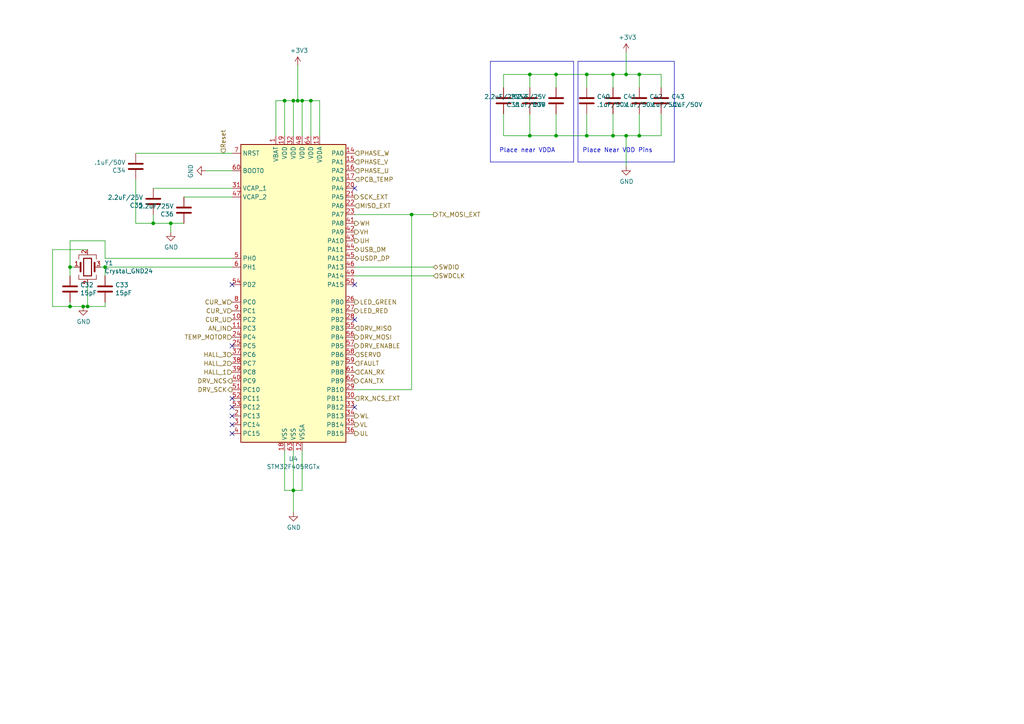
<source format=kicad_sch>
(kicad_sch (version 20231120) (generator "eeschema") (generator_version "8.0")
  (paper "A4")
  (title_block (title "xESC BLDC Controller") (date "2021-12-01") (rev "2.0") (company "Clemens Elflein") (comment 1 "Creative Commons Attribution-NonCommercial-ShareAlike 4.0 International License.") (comment 2 "Licensed under "))
  (lib_symbols
    (symbol "Device:C" (pin_numbers hide) (pin_names (offset 0.254))
      (property "Reference" "C" (at 0.635 2.54 0))
      (property "Value" "C" (at 0.635 -2.54 0))
      (symbol "C_0_1"
        (polyline (pts (xy -2.032 -0.762) (xy 2.032 -0.762)) (stroke (width 0.508)))
        (polyline (pts (xy -2.032 0.762) (xy 2.032 0.762)) (stroke (width 0.508)))
      )
      (symbol "C_1_1"
        (pin passive line (at 0 3.81 270) (length 2.794) (name "~") (number "1"))
        (pin passive line (at 0 -3.81 90) (length 2.794) (name "~") (number "2"))
      )
    )
    (symbol "Device:Crystal_GND24" (pin_names (offset 1.016) hide)
      (property "Reference" "Y" (at 3.175 5.08 0))
      (property "Value" "Crystal_GND24" (at 3.175 3.175 0))
      (symbol "Crystal_GND24_0_1"
        (rectangle (start -1.143 2.54) (end 1.143 -2.54) (stroke (width 0.3048)))
        (polyline (pts (xy -2.54 0) (xy -2.032 0)))
        (polyline (pts (xy -2.032 -1.27) (xy -2.032 1.27)) (stroke (width 0.508)))
        (polyline (pts (xy 0 -3.81) (xy 0 -3.556)))
        (polyline (pts (xy 0 3.556) (xy 0 3.81)))
        (polyline (pts (xy 2.032 -1.27) (xy 2.032 1.27)) (stroke (width 0.508)))
        (polyline (pts (xy 2.032 0) (xy 2.54 0)))
        (polyline (pts (xy -2.54 -2.286) (xy -2.54 -3.556) (xy 2.54 -3.556) (xy 2.54 -2.286)))
        (polyline (pts (xy -2.54 2.286) (xy -2.54 3.556) (xy 2.54 3.556) (xy 2.54 2.286)))
      )
      (symbol "Crystal_GND24_1_1"
        (pin passive line (at -3.81 0 0) (length 1.27) (name "1") (number "1"))
        (pin passive line (at 0 5.08 270) (length 1.27) (name "2") (number "2"))
        (pin passive line (at 3.81 0 180) (length 1.27) (name "3") (number "3"))
        (pin passive line (at 0 -5.08 90) (length 1.27) (name "4") (number "4"))
      )
    )
    (symbol "MCU_ST_STM32F4:STM32F405RGTx"
      (property "Reference" "U" (at -15.24 44.45 0))
      (property "Value" "STM32F405RGTx" (at 10.16 44.45 0))
      (symbol "STM32F405RGTx_0_1"
        (rectangle (start -15.24 -43.18) (end 15.24 43.18) (stroke (width 0.254)) (fill (type background)))
      )
      (symbol "STM32F405RGTx_1_1"
        (pin power_in line (at -5.08 45.72 270) (length 2.54) (name "VBAT") (number "1"))
        (pin bidirectional line (at -17.78 -7.62 0) (length 2.54) (name "PC2") (number "10"))
        (pin bidirectional line (at -17.78 -10.16 0) (length 2.54) (name "PC3") (number "11"))
        (pin power_in line (at 2.54 -45.72 90) (length 2.54) (name "VSSA") (number "12"))
        (pin power_in line (at 7.62 45.72 270) (length 2.54) (name "VDDA") (number "13"))
        (pin bidirectional line (at 17.78 40.64 180) (length 2.54) (name "PA0") (number "14"))
        (pin bidirectional line (at 17.78 38.1 180) (length 2.54) (name "PA1") (number "15"))
        (pin bidirectional line (at 17.78 35.56 180) (length 2.54) (name "PA2") (number "16"))
        (pin bidirectional line (at 17.78 33.02 180) (length 2.54) (name "PA3") (number "17"))
        (pin power_in line (at -2.54 -45.72 90) (length 2.54) (name "VSS") (number "18"))
        (pin power_in line (at -2.54 45.72 270) (length 2.54) (name "VDD") (number "19"))
        (pin bidirectional line (at -17.78 -35.56 0) (length 2.54) (name "PC13") (number "2"))
        (pin bidirectional line (at 17.78 30.48 180) (length 2.54) (name "PA4") (number "20"))
        (pin bidirectional line (at 17.78 27.94 180) (length 2.54) (name "PA5") (number "21"))
        (pin bidirectional line (at 17.78 25.4 180) (length 2.54) (name "PA6") (number "22"))
        (pin bidirectional line (at 17.78 22.86 180) (length 2.54) (name "PA7") (number "23"))
        (pin bidirectional line (at -17.78 -12.7 0) (length 2.54) (name "PC4") (number "24"))
        (pin bidirectional line (at -17.78 -15.24 0) (length 2.54) (name "PC5") (number "25"))
        (pin bidirectional line (at 17.78 -2.54 180) (length 2.54) (name "PB0") (number "26"))
        (pin bidirectional line (at 17.78 -5.08 180) (length 2.54) (name "PB1") (number "27"))
        (pin bidirectional line (at 17.78 -7.62 180) (length 2.54) (name "PB2") (number "28"))
        (pin bidirectional line (at 17.78 -27.94 180) (length 2.54) (name "PB10") (number "29"))
        (pin bidirectional line (at -17.78 -38.1 0) (length 2.54) (name "PC14") (number "3"))
        (pin bidirectional line (at 17.78 -30.48 180) (length 2.54) (name "PB11") (number "30"))
        (pin power_in line (at -17.78 30.48 0) (length 2.54) (name "VCAP_1") (number "31"))
        (pin power_in line (at 0 45.72 270) (length 2.54) (name "VDD") (number "32"))
        (pin bidirectional line (at 17.78 -33.02 180) (length 2.54) (name "PB12") (number "33"))
        (pin bidirectional line (at 17.78 -35.56 180) (length 2.54) (name "PB13") (number "34"))
        (pin bidirectional line (at 17.78 -38.1 180) (length 2.54) (name "PB14") (number "35"))
        (pin bidirectional line (at 17.78 -40.64 180) (length 2.54) (name "PB15") (number "36"))
        (pin bidirectional line (at -17.78 -17.78 0) (length 2.54) (name "PC6") (number "37"))
        (pin bidirectional line (at -17.78 -20.32 0) (length 2.54) (name "PC7") (number "38"))
        (pin bidirectional line (at -17.78 -22.86 0) (length 2.54) (name "PC8") (number "39"))
        (pin bidirectional line (at -17.78 -40.64 0) (length 2.54) (name "PC15") (number "4"))
        (pin bidirectional line (at -17.78 -25.4 0) (length 2.54) (name "PC9") (number "40"))
        (pin bidirectional line (at 17.78 20.32 180) (length 2.54) (name "PA8") (number "41"))
        (pin bidirectional line (at 17.78 17.78 180) (length 2.54) (name "PA9") (number "42"))
        (pin bidirectional line (at 17.78 15.24 180) (length 2.54) (name "PA10") (number "43"))
        (pin bidirectional line (at 17.78 12.7 180) (length 2.54) (name "PA11") (number "44"))
        (pin bidirectional line (at 17.78 10.16 180) (length 2.54) (name "PA12") (number "45"))
        (pin bidirectional line (at 17.78 7.62 180) (length 2.54) (name "PA13") (number "46"))
        (pin power_in line (at -17.78 27.94 0) (length 2.54) (name "VCAP_2") (number "47"))
        (pin power_in line (at 2.54 45.72 270) (length 2.54) (name "VDD") (number "48"))
        (pin bidirectional line (at 17.78 5.08 180) (length 2.54) (name "PA14") (number "49"))
        (pin input line (at -17.78 10.16 0) (length 2.54) (name "PH0") (number "5"))
        (pin bidirectional line (at 17.78 2.54 180) (length 2.54) (name "PA15") (number "50"))
        (pin bidirectional line (at -17.78 -27.94 0) (length 2.54) (name "PC10") (number "51"))
        (pin bidirectional line (at -17.78 -30.48 0) (length 2.54) (name "PC11") (number "52"))
        (pin bidirectional line (at -17.78 -33.02 0) (length 2.54) (name "PC12") (number "53"))
        (pin bidirectional line (at -17.78 2.54 0) (length 2.54) (name "PD2") (number "54"))
        (pin bidirectional line (at 17.78 -10.16 180) (length 2.54) (name "PB3") (number "55"))
        (pin bidirectional line (at 17.78 -12.7 180) (length 2.54) (name "PB4") (number "56"))
        (pin bidirectional line (at 17.78 -15.24 180) (length 2.54) (name "PB5") (number "57"))
        (pin bidirectional line (at 17.78 -17.78 180) (length 2.54) (name "PB6") (number "58"))
        (pin bidirectional line (at 17.78 -20.32 180) (length 2.54) (name "PB7") (number "59"))
        (pin input line (at -17.78 7.62 0) (length 2.54) (name "PH1") (number "6"))
        (pin input line (at -17.78 35.56 0) (length 2.54) (name "BOOT0") (number "60"))
        (pin bidirectional line (at 17.78 -22.86 180) (length 2.54) (name "PB8") (number "61"))
        (pin bidirectional line (at 17.78 -25.4 180) (length 2.54) (name "PB9") (number "62"))
        (pin power_in line (at 0 -45.72 90) (length 2.54) (name "VSS") (number "63"))
        (pin power_in line (at 5.08 45.72 270) (length 2.54) (name "VDD") (number "64"))
        (pin input line (at -17.78 40.64 0) (length 2.54) (name "NRST") (number "7"))
        (pin bidirectional line (at -17.78 -2.54 0) (length 2.54) (name "PC0") (number "8"))
        (pin bidirectional line (at -17.78 -5.08 0) (length 2.54) (name "PC1") (number "9"))
      )
    )
    (symbol "power:+3.3V" (power) (pin_names (offset 0))
      (property "Value" "+3.3V" (at 0 3.556 0))
      (symbol "+3.3V_0_1"
        (polyline (pts (xy -0.762 1.27) (xy 0 2.54)))
        (polyline (pts (xy 0 0) (xy 0 2.54)))
        (polyline (pts (xy 0 2.54) (xy 0.762 1.27)))
      )
      (symbol "+3.3V_1_1"
        (pin power_in line (at 0 0 90) (length 0) hide (name "+3V3") (number "1"))
      )
    )
    (symbol "power:GND" (power) (pin_names (offset 0))
      (property "Value" "GND" (at 0 -3.81 0))
      (symbol "GND_0_1"
        (polyline (pts (xy 0 0) (xy 0 -1.27) (xy 1.27 -1.27) (xy 0 -2.54) (xy -1.27 -1.27) (xy 0 -1.27)))
      )
      (symbol "GND_1_1"
        (pin power_in line (at 0 0 270) (length 0) hide (name "GND") (number "1"))
      )
    )
  )
  (junction (at 153.67 21.59))
  (junction (at 119.38 62.23))
  (junction (at 181.61 39.37))
  (junction (at 44.45 64.77))
  (junction (at 24.13 88.9))
  (junction (at 185.42 39.37))
  (junction (at 20.32 88.9))
  (junction (at 86.36 29.21))
  (junction (at 161.29 21.59))
  (junction (at 185.42 21.59))
  (junction (at 177.8 21.59))
  (junction (at 82.55 29.21))
  (junction (at 25.4 88.9))
  (junction (at 181.61 21.59))
  (junction (at 87.63 29.21))
  (junction (at 170.18 39.37))
  (junction (at 161.29 39.37))
  (junction (at 30.48 77.47))
  (junction (at 90.17 29.21))
  (junction (at 20.32 77.47))
  (junction (at 153.67 39.37))
  (junction (at 85.09 142.24))
  (junction (at 85.09 29.21))
  (junction (at 170.18 21.59))
  (junction (at 177.8 39.37))
  (junction (at 49.53 64.77))
  (no_connect (at 67.31 125.73))
  (no_connect (at 102.87 118.11))
  (no_connect (at 67.31 118.11))
  (no_connect (at 67.31 115.57))
  (no_connect (at 67.31 100.33))
  (no_connect (at 102.87 82.55))
  (no_connect (at 67.31 82.55))
  (no_connect (at 67.31 123.19))
  (no_connect (at 67.31 120.65))
  (no_connect (at 102.87 92.71))
  (no_connect (at 102.87 54.61))
  (wire (pts (xy 30.48 77.47) (xy 67.31 77.47)))
  (wire (pts (xy 170.18 39.37) (xy 177.8 39.37)))
  (wire (pts (xy 181.61 39.37) (xy 185.42 39.37)))
  (polyline (pts (xy 167.64 46.99) (xy 195.58 46.99)))
  (wire (pts (xy 153.67 21.59) (xy 161.29 21.59)))
  (wire (pts (xy 15.24 72.39) (xy 15.24 88.9)))
  (wire (pts (xy 85.09 142.24) (xy 87.63 142.24)))
  (wire (pts (xy 170.18 25.4) (xy 170.18 21.59)))
  (wire (pts (xy 30.48 69.85) (xy 20.32 69.85)))
  (wire (pts (xy 39.37 52.07) (xy 39.37 64.77)))
  (wire (pts (xy 30.48 77.47) (xy 30.48 80.01)))
  (wire (pts (xy 153.67 25.4) (xy 153.67 21.59)))
  (wire (pts (xy 185.42 25.4) (xy 185.42 21.59)))
  (wire (pts (xy 153.67 39.37) (xy 161.29 39.37)))
  (wire (pts (xy 25.4 72.39) (xy 15.24 72.39)))
  (wire (pts (xy 30.48 74.93) (xy 30.48 69.85)))
  (wire (pts (xy 44.45 64.77) (xy 49.53 64.77)))
  (wire (pts (xy 90.17 29.21) (xy 92.71 29.21)))
  (wire (pts (xy 59.69 49.53) (xy 67.31 49.53)))
  (wire (pts (xy 87.63 29.21) (xy 87.63 39.37)))
  (wire (pts (xy 80.01 39.37) (xy 80.01 29.21)))
  (wire (pts (xy 80.01 29.21) (xy 82.55 29.21)))
  (wire (pts (xy 25.4 82.55) (xy 25.4 88.9)))
  (polyline (pts (xy 195.58 17.78) (xy 167.64 17.78)))
  (wire (pts (xy 170.18 33.02) (xy 170.18 39.37)))
  (wire (pts (xy 39.37 64.77) (xy 44.45 64.77)))
  (wire (pts (xy 49.53 64.77) (xy 49.53 67.31)))
  (wire (pts (xy 90.17 39.37) (xy 90.17 29.21)))
  (wire (pts (xy 181.61 15.24) (xy 181.61 21.59)))
  (wire (pts (xy 30.48 88.9) (xy 25.4 88.9)))
  (wire (pts (xy 85.09 29.21) (xy 86.36 29.21)))
  (wire (pts (xy 67.31 74.93) (xy 30.48 74.93)))
  (wire (pts (xy 161.29 21.59) (xy 170.18 21.59)))
  (wire (pts (xy 20.32 69.85) (xy 20.32 77.47)))
  (polyline (pts (xy 142.24 17.78) (xy 142.24 46.99)))
  (wire (pts (xy 86.36 19.05) (xy 86.36 29.21)))
  (wire (pts (xy 102.87 113.03) (xy 119.38 113.03)))
  (polyline (pts (xy 167.64 17.78) (xy 167.64 46.99)))
  (wire (pts (xy 153.67 33.02) (xy 153.67 39.37)))
  (wire (pts (xy 185.42 39.37) (xy 191.77 39.37)))
  (wire (pts (xy 191.77 21.59) (xy 191.77 25.4)))
  (wire (pts (xy 85.09 142.24) (xy 85.09 148.59)))
  (wire (pts (xy 119.38 113.03) (xy 119.38 62.23)))
  (wire (pts (xy 161.29 33.02) (xy 161.29 39.37)))
  (polyline (pts (xy 166.37 17.78) (xy 142.24 17.78)))
  (wire (pts (xy 25.4 88.9) (xy 24.13 88.9)))
  (wire (pts (xy 29.21 77.47) (xy 30.48 77.47)))
  (wire (pts (xy 102.87 80.01) (xy 125.73 80.01)))
  (wire (pts (xy 119.38 62.23) (xy 102.87 62.23)))
  (wire (pts (xy 82.55 39.37) (xy 82.55 29.21)))
  (wire (pts (xy 146.05 25.4) (xy 146.05 21.59)))
  (wire (pts (xy 185.42 33.02) (xy 185.42 39.37)))
  (wire (pts (xy 85.09 39.37) (xy 85.09 29.21)))
  (wire (pts (xy 15.24 88.9) (xy 20.32 88.9)))
  (wire (pts (xy 181.61 21.59) (xy 185.42 21.59)))
  (wire (pts (xy 44.45 62.23) (xy 44.45 64.77)))
  (wire (pts (xy 49.53 64.77) (xy 53.34 64.77)))
  (wire (pts (xy 20.32 77.47) (xy 20.32 80.01)))
  (wire (pts (xy 161.29 25.4) (xy 161.29 21.59)))
  (wire (pts (xy 146.05 21.59) (xy 153.67 21.59)))
  (wire (pts (xy 177.8 39.37) (xy 177.8 33.02)))
  (wire (pts (xy 146.05 33.02) (xy 146.05 39.37)))
  (wire (pts (xy 82.55 130.81) (xy 82.55 142.24)))
  (wire (pts (xy 191.77 39.37) (xy 191.77 33.02)))
  (wire (pts (xy 85.09 130.81) (xy 85.09 142.24)))
  (wire (pts (xy 67.31 57.15) (xy 53.34 57.15)))
  (wire (pts (xy 87.63 29.21) (xy 90.17 29.21)))
  (wire (pts (xy 82.55 142.24) (xy 85.09 142.24)))
  (wire (pts (xy 30.48 87.63) (xy 30.48 88.9)))
  (wire (pts (xy 125.73 77.47) (xy 102.87 77.47)))
  (wire (pts (xy 177.8 25.4) (xy 177.8 21.59)))
  (wire (pts (xy 146.05 39.37) (xy 153.67 39.37)))
  (wire (pts (xy 21.59 77.47) (xy 20.32 77.47)))
  (wire (pts (xy 92.71 29.21) (xy 92.71 39.37)))
  (wire (pts (xy 185.42 21.59) (xy 191.77 21.59)))
  (wire (pts (xy 87.63 142.24) (xy 87.63 130.81)))
  (wire (pts (xy 170.18 21.59) (xy 177.8 21.59)))
  (wire (pts (xy 125.73 62.23) (xy 119.38 62.23)))
  (wire (pts (xy 161.29 39.37) (xy 170.18 39.37)))
  (polyline (pts (xy 166.37 46.99) (xy 166.37 17.78)))
  (wire (pts (xy 82.55 29.21) (xy 85.09 29.21)))
  (wire (pts (xy 67.31 44.45) (xy 39.37 44.45)))
  (polyline (pts (xy 142.24 46.99) (xy 166.37 46.99)))
  (wire (pts (xy 67.31 54.61) (xy 44.45 54.61)))
  (wire (pts (xy 181.61 39.37) (xy 181.61 48.26)))
  (wire (pts (xy 20.32 88.9) (xy 20.32 87.63)))
  (wire (pts (xy 177.8 21.59) (xy 181.61 21.59)))
  (wire (pts (xy 86.36 29.21) (xy 87.63 29.21)))
  (polyline (pts (xy 195.58 46.99) (xy 195.58 17.78)))
  (wire (pts (xy 24.13 88.9) (xy 20.32 88.9)))
  (wire (pts (xy 177.8 39.37) (xy 181.61 39.37)))
  (text "Place Near VDD Pins" (at 168.91 44.45 0) (effects (font (size 1.27 1.27)) (justify left bottom)))
  (text "Place near VDDA" (at 144.78 44.45 0) (effects (font (size 1.27 1.27)) (justify left bottom)))
  (hierarchical_label "CAN_TX" (shape output) (at 102.87 110.49 0))
  (hierarchical_label "PHASE_W" (shape input) (at 102.87 44.45 0))
  (hierarchical_label "USDP_DP" (shape bidirectional) (at 102.87 74.93 0))
  (hierarchical_label "PHASE_V" (shape input) (at 102.87 46.99 0))
  (hierarchical_label "DRV_MISO" (shape input) (at 102.87 95.25 0))
  (hierarchical_label "DRV_ENABLE" (shape output) (at 102.87 100.33 0))
  (hierarchical_label "SERVO" (shape input) (at 102.87 102.87 0))
  (hierarchical_label "CAN_RX" (shape input) (at 102.87 107.95 0))
  (hierarchical_label "TEMP_MOTOR" (shape input) (at 67.31 97.79 180))
  (hierarchical_label "UL" (shape output) (at 102.87 125.73 0))
  (hierarchical_label "RX_NCS_EXT" (shape input) (at 102.87 115.57 0))
  (hierarchical_label "CUR_V" (shape input) (at 67.31 90.17 180))
  (hierarchical_label "VH" (shape output) (at 102.87 67.31 0))
  (hierarchical_label "SWDCLK" (shape input) (at 125.73 80.01 0))
  (hierarchical_label "WH" (shape output) (at 102.87 64.77 0))
  (hierarchical_label "AN_IN" (shape input) (at 67.31 95.25 180))
  (hierarchical_label "CUR_U" (shape input) (at 67.31 92.71 180))
  (hierarchical_label "PCB_TEMP" (shape input) (at 102.87 52.07 0))
  (hierarchical_label "DRV_NCS" (shape output) (at 67.31 110.49 180))
  (hierarchical_label "FAULT" (shape input) (at 102.87 105.41 0))
  (hierarchical_label "DRV_SCK" (shape output) (at 67.31 113.03 180))
  (hierarchical_label "HALL_1" (shape input) (at 67.31 107.95 180))
  (hierarchical_label "SCK_EXT" (shape output) (at 102.87 57.15 0))
  (hierarchical_label "USB_DM" (shape bidirectional) (at 102.87 72.39 0))
  (hierarchical_label "TX_MOSI_EXT" (shape output) (at 125.73 62.23 0))
  (hierarchical_label "DRV_MOSI" (shape output) (at 102.87 97.79 0))
  (hierarchical_label "Reset" (shape input) (at 64.77 44.45 90))
  (hierarchical_label "SWDIO" (shape bidirectional) (at 125.73 77.47 0))
  (hierarchical_label "CUR_W" (shape input) (at 67.31 87.63 180))
  (hierarchical_label "MISO_EXT" (shape input) (at 102.87 59.69 0))
  (hierarchical_label "UH" (shape output) (at 102.87 69.85 0))
  (hierarchical_label "WL" (shape output) (at 102.87 120.65 0))
  (hierarchical_label "LED_RED" (shape output) (at 102.87 90.17 0))
  (hierarchical_label "HALL_2" (shape input) (at 67.31 105.41 180))
  (hierarchical_label "VL" (shape output) (at 102.87 123.19 0))
  (hierarchical_label "LED_GREEN" (shape output) (at 102.87 87.63 0))
  (hierarchical_label "HALL_3" (shape input) (at 67.31 102.87 180))
  (hierarchical_label "PHASE_U" (shape input) (at 102.87 49.53 0))
  (symbol (lib_id "Device:C") (at 53.34 60.96 180) (unit 1)
    (property "Reference" "C36" (at 50.419 62.1284 0) (effects (justify left)))
    (property "Value" "2.2uF/25V" (at 50.419 59.817 0) (effects (justify left)))
    (property "Footprint" "Capacitor_SMD:C_0805_2012Metric" (effects (hide yes)))
    (property "Digikey" "490-14467-1-ND" (effects (hide yes)))
    (property "Part Number" "GRM21BR71E225KE11L" (effects (hide yes)))
    (property "Stock_PN" "C-805-2.2uF-25V-" (effects (hide yes)))
    (property "JLC" "C377773" (effects (hide yes)))
    (property "LCSC" "C377773" (effects (hide yes)))
  )
  (symbol (lib_id "Device:C") (at 170.18 29.21 0) (unit 1)
    (property "Reference" "C40" (at 173.101 28.0416 0) (effects (justify left)))
    (property "Value" ".1uF/50V" (at 173.101 30.353 0) (effects (justify left)))
    (property "Footprint" "Capacitor_SMD:C_0603_1608Metric" (effects (hide yes)))
    (property "Digikey" "1276-1935-1-ND" (effects (hide yes)))
    (property "Part Number" "CL10B104KC8NNNC" (effects (hide yes)))
    (property "Stock_PN" "C-603-.1uF-100V-X7R" (effects (hide yes)))
    (property "JLC" "C14663" (effects (hide yes)))
    (property "LCSC" "C14663" (effects (hide yes)))
  )
  (symbol (lib_id "Device:C") (at 177.8 29.21 0) (unit 1)
    (property "Reference" "C41" (at 180.721 28.0416 0) (effects (justify left)))
    (property "Value" ".1uF/50V" (at 180.721 30.353 0) (effects (justify left)))
    (property "Footprint" "Capacitor_SMD:C_0603_1608Metric" (effects (hide yes)))
    (property "Digikey" "1276-1935-1-ND" (effects (hide yes)))
    (property "Part Number" "CL10B104KC8NNNC" (effects (hide yes)))
    (property "Stock_PN" "C-603-.1uF-100V-X7R" (effects (hide yes)))
    (property "JLC" "C14663" (effects (hide yes)))
    (property "LCSC" "C14663" (effects (hide yes)))
  )
  (symbol (lib_id "Device:C") (at 185.42 29.21 0) (unit 1)
    (property "Reference" "C42" (at 188.341 28.0416 0) (effects (justify left)))
    (property "Value" ".1uF/50V" (at 188.341 30.353 0) (effects (justify left)))
    (property "Footprint" "Capacitor_SMD:C_0603_1608Metric" (effects (hide yes)))
    (property "Digikey" "1276-1935-1-ND" (effects (hide yes)))
    (property "Part Number" "CL10B104KC8NNNC" (effects (hide yes)))
    (property "Stock_PN" "C-603-.1uF-100V-X7R" (effects (hide yes)))
    (property "JLC" "C14663" (effects (hide yes)))
    (property "LCSC" "C14663" (effects (hide yes)))
  )
  (symbol (lib_id "Device:C") (at 191.77 29.21 0) (unit 1)
    (property "Reference" "C43" (at 194.691 28.0416 0) (effects (justify left)))
    (property "Value" ".1uF/50V" (at 194.691 30.353 0) (effects (justify left)))
    (property "Footprint" "Capacitor_SMD:C_0603_1608Metric" (effects (hide yes)))
    (property "Digikey" "1276-1935-1-ND" (effects (hide yes)))
    (property "Part Number" "CL10B104KC8NNNC" (effects (hide yes)))
    (property "Stock_PN" "C-603-.1uF-100V-X7R" (effects (hide yes)))
    (property "JLC" "C14663" (effects (hide yes)))
    (property "LCSC" "C14663" (effects (hide yes)))
  )
  (symbol (lib_id "power:+3.3V") (at 181.61 15.24 0) (unit 1)
    (property "Reference" "#PWR0128" (effects (hide yes)))
    (property "Value" "+3V3" (at 181.991 10.8458 0))
  )
  (symbol (lib_id "power:GND") (at 181.61 48.26 0) (unit 1)
    (property "Reference" "#PWR0129" (effects (hide yes)))
    (property "Value" "GND" (at 181.737 52.6542 0))
  )
  (symbol (lib_id "Device:C") (at 44.45 58.42 180) (unit 1)
    (property "Reference" "C35" (at 41.529 59.5884 0) (effects (justify left)))
    (property "Value" "2.2uF/25V" (at 41.529 57.277 0) (effects (justify left)))
    (property "Footprint" "Capacitor_SMD:C_0805_2012Metric" (effects (hide yes)))
    (property "Digikey" "490-14467-1-ND" (effects (hide yes)))
    (property "Part Number" "GRM21BR71E225KE11L" (effects (hide yes)))
    (property "Stock_PN" "C-805-2.2uF-25V-" (effects (hide yes)))
    (property "JLC" "C377773" (effects (hide yes)))
    (property "LCSC" "C377773" (effects (hide yes)))
  )
  (symbol (lib_id "power:GND") (at 49.53 67.31 0) (unit 1)
    (property "Reference" "#PWR0130" (effects (hide yes)))
    (property "Value" "GND" (at 49.657 71.7042 0))
  )
  (symbol (lib_id "Device:C") (at 161.29 29.21 180) (unit 1)
    (property "Reference" "C39" (at 158.369 30.3784 0) (effects (justify left)))
    (property "Value" "2.2uF/25V" (at 158.369 28.067 0) (effects (justify left)))
    (property "Footprint" "Capacitor_SMD:C_0805_2012Metric" (effects (hide yes)))
    (property "Digikey" "490-14467-1-ND" (effects (hide yes)))
    (property "Part Number" "GRM21BR71E225KE11L" (effects (hide yes)))
    (property "Stock_PN" "C-805-2.2uF-25V-" (effects (hide yes)))
    (property "JLC" "C377773" (effects (hide yes)))
    (property "LCSC" "C377773" (effects (hide yes)))
  )
  (symbol (lib_id "Device:C") (at 153.67 29.21 180) (unit 1)
    (property "Reference" "C38" (at 150.749 30.3784 0) (effects (justify left)))
    (property "Value" "2.2uF/25V" (at 150.749 28.067 0) (effects (justify left)))
    (property "Footprint" "Capacitor_SMD:C_0805_2012Metric" (effects (hide yes)))
    (property "Digikey" "490-14467-1-ND" (effects (hide yes)))
    (property "Part Number" "GRM21BR71E225KE11L" (effects (hide yes)))
    (property "Stock_PN" "C-805-2.2uF-25V-" (effects (hide yes)))
    (property "JLC" "C377773" (effects (hide yes)))
    (property "LCSC" "C377773" (effects (hide yes)))
  )
  (symbol (lib_id "Device:C") (at 146.05 29.21 0) (unit 1)
    (property "Reference" "C37" (at 148.971 28.0416 0) (effects (justify left)))
    (property "Value" ".1uF/50V" (at 148.971 30.353 0) (effects (justify left)))
    (property "Footprint" "Capacitor_SMD:C_0603_1608Metric" (effects (hide yes)))
    (property "Digikey" "1276-1935-1-ND" (effects (hide yes)))
    (property "Part Number" "CL10B104KC8NNNC" (effects (hide yes)))
    (property "Stock_PN" "C-603-.1uF-100V-X7R" (effects (hide yes)))
    (property "JLC" "C14663" (effects (hide yes)))
    (property "LCSC" "C14663" (effects (hide yes)))
  )
  (symbol (lib_id "Device:C") (at 39.37 48.26 180) (unit 1)
    (property "Reference" "C34" (at 36.449 49.4284 0) (effects (justify left)))
    (property "Value" ".1uF/50V" (at 36.449 47.117 0) (effects (justify left)))
    (property "Footprint" "Capacitor_SMD:C_0603_1608Metric" (effects (hide yes)))
    (property "Digikey" "1276-1935-1-ND" (effects (hide yes)))
    (property "Part Number" "CL10B104KC8NNNC" (effects (hide yes)))
    (property "Stock_PN" "C-603-.1uF-100V-X7R" (effects (hide yes)))
    (property "JLC" "C14663" (effects (hide yes)))
    (property "LCSC" "C14663" (effects (hide yes)))
  )
  (symbol (lib_id "Device:C") (at 20.32 83.82 0) (unit 1)
    (property "Reference" "C32" (at 23.241 82.6516 0) (effects (justify left)))
    (property "Value" "15pF" (at 23.241 84.963 0) (effects (justify left)))
    (property "Footprint" "Capacitor_SMD:C_0603_1608Metric" (effects (hide yes)))
    (property "Digikey" "490-1331-1-ND" (effects (hide yes)))
    (property "Part Number" "GRM1885C2A150JA01D" (effects (hide yes)))
    (property "Stock_PN" "C-603-15pF-100V-COG" (effects (hide yes)))
    (property "JLC" "C1644" (effects (hide yes)))
    (property "LCSC" "C1644" (effects (hide yes)))
  )
  (symbol (lib_id "Device:C") (at 30.48 83.82 0) (unit 1)
    (property "Reference" "C33" (at 33.401 82.6516 0) (effects (justify left)))
    (property "Value" "15pF" (at 33.401 84.963 0) (effects (justify left)))
    (property "Footprint" "Capacitor_SMD:C_0603_1608Metric" (effects (hide yes)))
    (property "Digikey" "490-1331-1-ND" (effects (hide yes)))
    (property "Part Number" "GRM1885C2A150JA01D" (effects (hide yes)))
    (property "Stock_PN" "C-603-15pF-100V-COG" (effects (hide yes)))
    (property "JLC" "C1644" (effects (hide yes)))
    (property "LCSC" "C1644" (effects (hide yes)))
  )
  (symbol (lib_id "power:GND") (at 24.13 88.9 0) (unit 1)
    (property "Reference" "#PWR0131" (effects (hide yes)))
    (property "Value" "GND" (at 24.257 93.2942 0))
  )
  (symbol (lib_id "power:GND") (at 85.09 148.59 0) (unit 1)
    (property "Reference" "#PWR0123" (effects (hide yes)))
    (property "Value" "GND" (at 85.217 152.9842 0))
  )
  (symbol (lib_id "power:+3.3V") (at 86.36 19.05 0) (unit 1)
    (property "Reference" "#PWR0124" (effects (hide yes)))
    (property "Value" "+3V3" (at 86.741 14.6558 0))
  )
  (symbol (lib_id "power:GND") (at 59.69 49.53 270) (unit 1)
    (property "Reference" "#PWR0132" (effects (hide yes)))
    (property "Value" "GND" (at 55.2958 49.657 0))
  )
  (symbol (lib_id "MCU_ST_STM32F4:STM32F405RGTx") (at 85.09 85.09 0) (unit 1)
    (property "Reference" "U4" (at 85.09 133.0706 0))
    (property "Value" "STM32F405RGTx" (at 85.09 135.382 0))
    (property "Footprint" "Package_QFP:LQFP-64_10x10mm_P0.5mm" (effects (hide yes)))
    (property "Datasheet" "http://www.st.com/st-web-ui/static/active/en/resource/technical/document/datasheet/DM00037051.pdf" (effects (hide yes)))
    (property "Part Number" "STM32F405RGTx" (effects (hide yes)))
    (property "LCSC" "C15742" (effects (hide yes)))
    (property "Stock_PN" "U-STM32F405RGTx" (effects (hide yes)))
    (property "JLC" "C15742" (effects (hide yes)))
  )
  (symbol (lib_id "Device:Crystal_GND24") (at 25.4 77.47 0) (unit 1)
    (property "Reference" "Y1" (at 30.3276 76.3016 0) (effects (justify left)))
    (property "Value" "Crystal_GND24" (at 30.3276 78.613 0) (effects (justify left)))
    (property "Footprint" "Crystal:Crystal_SMD_3225-4Pin_3.2x2.5mm" (effects (hide yes)))
    (property "Digikey" "50-ECS-80-12-33-JGN-CT-ND" (effects (hide yes)))
    (property "Part Number" "ECS-80-12-33-JGN-TR" (effects (hide yes)))
    (property "Stock_PN" "Y-4-SMD-8MhHz" (effects (hide yes)))
    (property "JLC" "C2442665" (effects (hide yes)))
    (property "LCSC" "C2442665" (effects (hide yes)))
  )
)
</source>
